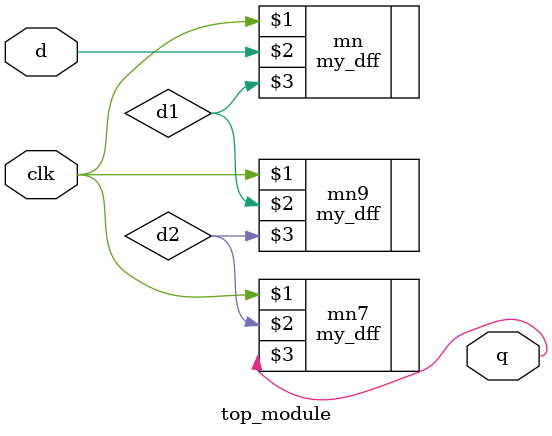
<source format=v>




module top_module ( input clk, input d, output q );
    wire d1,d2;
    my_dff mn(clk,d,d1);
    my_dff mn9(clk,d1,d2);
    my_dff mn7(clk,d2,q);
endmodule

</source>
